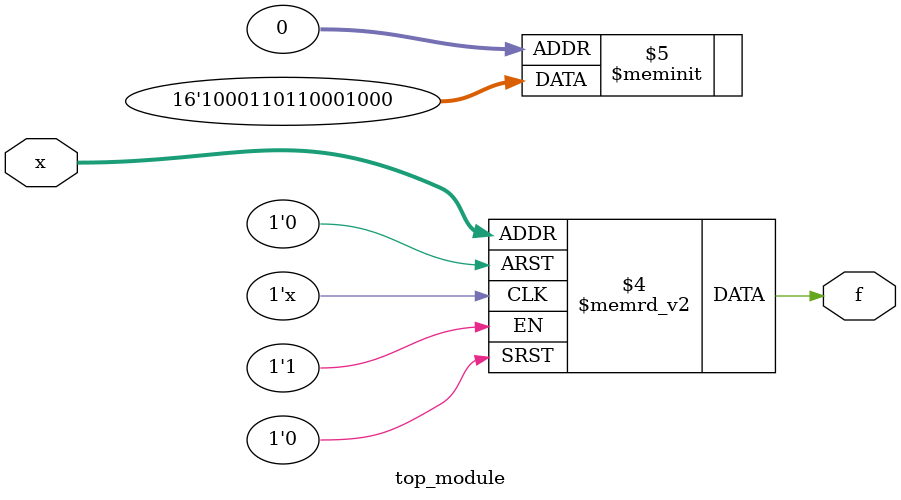
<source format=sv>
module top_module (
    input [4:1] x,
    output logic f
);

always_comb begin
    case ({x[4], x[3], x[2], x[1]})
        4'b0001: f = 0;
        4'b0011: f = 1;
        4'b0100: f = 0;
        4'b0101: f = 0;
        4'b0110: f = 0;
        4'b0111: f = 1;
        4'b1000: f = 1;
        4'b1001: f = 0;
        4'b1010: f = 1;
        4'b1011: f = 1;
        4'b1100: f = 0;
        4'b1101: f = 0;
        4'b1110: f = 0;
        4'b1111: f = 1;
        default: f = 0; // Handling don't-care cases
    endcase
end

endmodule

</source>
